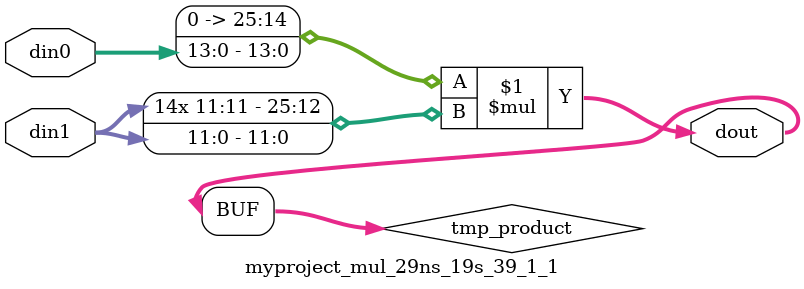
<source format=v>

`timescale 1 ns / 1 ps

  module myproject_mul_29ns_19s_39_1_1(din0, din1, dout);
parameter ID = 1;
parameter NUM_STAGE = 0;
parameter din0_WIDTH = 14;
parameter din1_WIDTH = 12;
parameter dout_WIDTH = 26;

input [din0_WIDTH - 1 : 0] din0; 
input [din1_WIDTH - 1 : 0] din1; 
output [dout_WIDTH - 1 : 0] dout;

wire signed [dout_WIDTH - 1 : 0] tmp_product;











assign tmp_product = $signed({1'b0, din0}) * $signed(din1);










assign dout = tmp_product;







endmodule

</source>
